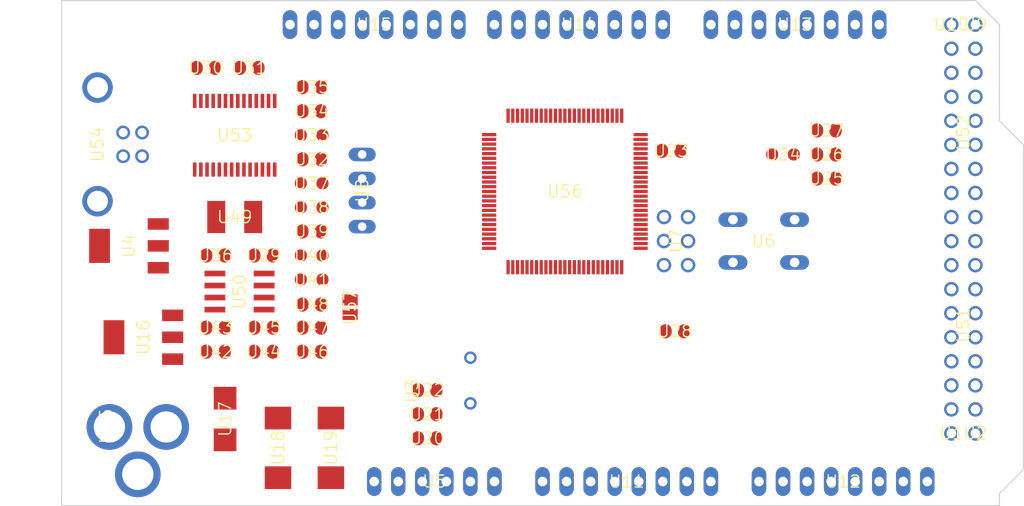
<source format=kicad_pcb>
(kicad_pcb (version 20221018) (generator pcbnew)
  (layers (0 "F.Cu" signal "Top") (31 "B.Cu" signal "Bottom") (34 "B.Paste" user) (35 "F.Paste" user) (36 "B.SilkS" user "B.Silkscreen") (37 "F.SilkS" user "F.Silkscreen") (38 "B.Mask" user) (39 "F.Mask" user) (44 "Edge.Cuts" user))
  (net 0 "")
  (net 1 "+5V")
  (net 2 "GND")
  (net 3 "N$6")
  (net 4 "N$7")
  (net 5 "AREF")
  (net 6 "RESET")
  (net 7 "VIN")
  (net 8 "N$3")
  (net 9 "PWRIN")
  (net 10 "M8RXD")
  (net 11 "M8TXD")
  (net 12 "ADC0")
  (net 13 "ADC2")
  (net 14 "ADC1")
  (net 15 "ADC3")
  (net 16 "ADC4")
  (net 17 "ADC5")
  (net 18 "ADC6")
  (net 19 "ADC7")
  (net 20 "+3V3")
  (net 21 "SDA")
  (net 22 "SCL")
  (net 23 "ADC9")
  (net 24 "ADC8")
  (net 25 "ADC10")
  (net 26 "ADC11")
  (net 27 "ADC12")
  (net 28 "ADC13")
  (net 29 "ADC14")
  (net 30 "ADC15")
  (net 31 "PB3")
  (net 32 "PB2")
  (net 33 "PB1")
  (net 34 "PB5")
  (net 35 "PB4")
  (net 36 "PE5")
  (net 37 "PE4")
  (net 38 "PE3")
  (net 39 "PE1")
  (net 40 "PE0")
  (net 41 "N$15")
  (net 42 "N$53")
  (net 43 "N$54")
  (net 44 "N$55")
  (net 45 "D-")
  (net 46 "D+")
  (net 47 "N$60")
  (net 48 "DTR")
  (net 49 "USBVCC")
  (net 50 "N$2")
  (net 51 "N$4")
  (net 52 "GATE_CMD")
  (net 53 "CMP")
  (net 54 "PB6")
  (net 55 "PH3")
  (net 56 "PH4")
  (net 57 "PH5")
  (net 58 "PH6")
  (net 59 "PG5")
  (net 60 "RXD1")
  (net 61 "TXD1")
  (net 62 "RXD2")
  (net 63 "RXD3")
  (net 64 "TXD2")
  (net 65 "TXD3")
  (net 66 "PC0")
  (net 67 "PC1")
  (net 68 "PC2")
  (net 69 "PC3")
  (net 70 "PC4")
  (net 71 "PC5")
  (net 72 "PC6")
  (net 73 "PC7")
  (net 74 "PB0")
  (net 75 "PG0")
  (net 76 "PG1")
  (net 77 "PG2")
  (net 78 "PD7")
  (net 79 "PA0")
  (net 80 "PA1")
  (net 81 "PA2")
  (net 82 "PA3")
  (net 83 "PA4")
  (net 84 "PA5")
  (net 85 "PA6")
  (net 86 "PA7")
  (net 87 "PL0")
  (net 88 "PL1")
  (net 89 "PL2")
  (net 90 "PL3")
  (net 91 "PL4")
  (net 92 "PL5")
  (net 93 "PL6")
  (net 94 "PL7")
  (net 95 "PB7")
  (net 96 "CTS")
  (net 97 "DSR")
  (net 98 "DCD")
  (net 99 "RI")
  (footprint "Arduino_MEGA_Reference_Design:2X03" (layer "F.Cu") (at 162.5981 103.7336 -90)
    (fp_text reference "U7")
    (fp_text value "")
  )
  (footprint "Arduino_MEGA_Reference_Design:1X08" (layer "F.Cu") (at 152.3111 80.8736 180)
    (fp_text reference "U14")
    (fp_text value "")
  )
  (footprint "Arduino_MEGA_Reference_Design:1X08" (layer "F.Cu") (at 130.7211 80.8736 180)
    (fp_text reference "U15")
    (fp_text value "")
  )
  (footprint "Arduino_MEGA_Reference_Design:SMC_D" (layer "F.Cu") (at 120.5611 125.5776 -90)
    (fp_text reference "U18")
    (fp_text value "")
  )
  (footprint "Arduino_MEGA_Reference_Design:SMC_D" (layer "F.Cu") (at 126.1491 125.5776 -90)
    (fp_text reference "U19")
    (fp_text value "")
  )
  (footprint "Arduino_MEGA_Reference_Design:B3F-10XX" (layer "F.Cu") (at 171.8691 103.7336 180)
    (fp_text reference "U6")
    (fp_text value "")
  )
  (footprint "Arduino_MEGA_Reference_Design:0805RND" (layer "F.Cu") (at 173.9011 94.5896 180)
    (fp_text reference "U24")
    (fp_text value "")
  )
  (footprint "Arduino_MEGA_Reference_Design:SMB" (layer "F.Cu") (at 114.9731 122.5296 -90)
    (fp_text reference "U17")
    (fp_text value "")
  )
  (footprint "Arduino_MEGA_Reference_Design:DC-21MM" (layer "F.Cu") (at 103.0351 123.2916 90)
    (fp_text reference "U55")
    (fp_text value "")
  )
  (footprint "Arduino_MEGA_Reference_Design:HC49_S" (layer "F.Cu") (at 140.8811 118.4656 90)
    (fp_text reference "U3")
    (fp_text value "")
  )
  (footprint "Arduino_MEGA_Reference_Design:SOT223" (layer "F.Cu") (at 106.3371 113.8936 90)
    (fp_text reference "U16")
    (fp_text value "")
  )
  (footprint "Arduino_MEGA_Reference_Design:1X06" (layer "F.Cu") (at 137.0711 129.1336)
    (fp_text reference "U5")
    (fp_text value "")
  )
  (footprint "Arduino_MEGA_Reference_Design:C0805RND" (layer "F.Cu") (at 124.1171 87.4776)
    (fp_text reference "U35")
    (fp_text value "")
  )
  (footprint "Arduino_MEGA_Reference_Design:C0805RND" (layer "F.Cu") (at 162.4711 113.2586)
    (fp_text reference "U28")
    (fp_text value "")
  )
  (footprint "Arduino_MEGA_Reference_Design:C0805RND" (layer "F.Cu") (at 136.3091 122.0216)
    (fp_text reference "U21")
    (fp_text value "")
  )
  (footprint "Arduino_MEGA_Reference_Design:C0805RND" (layer "F.Cu") (at 136.3091 119.4816)
    (fp_text reference "U22")
    (fp_text value "")
  )
  (footprint "Arduino_MEGA_Reference_Design:C0805RND" (layer "F.Cu") (at 113.9571 112.8776)
    (fp_text reference "U43")
    (fp_text value "")
  )
  (footprint "Arduino_MEGA_Reference_Design:RCL_0805RND" (layer "F.Cu") (at 124.1171 105.2576)
    (fp_text reference "U40")
    (fp_text value "")
  )
  (footprint "Arduino_MEGA_Reference_Design:RCL_0805RND" (layer "F.Cu") (at 124.1171 107.7976)
    (fp_text reference "U41")
    (fp_text value "")
  )
  (footprint "Arduino_MEGA_Reference_Design:1X08" (layer "F.Cu") (at 157.3911 129.1336)
    (fp_text reference "U11")
    (fp_text value "")
  )
  (footprint "Arduino_MEGA_Reference_Design:1X08" (layer "F.Cu") (at 175.1711 80.8736 180)
    (fp_text reference "U13")
    (fp_text value "")
  )
  (footprint "Arduino_MEGA_Reference_Design:R0805RND" (layer "F.Cu") (at 178.4731 94.5896 180)
    (fp_text reference "U26")
    (fp_text value "")
  )
  (footprint "Arduino_MEGA_Reference_Design:R0805RND" (layer "F.Cu") (at 178.4731 92.0496 180)
    (fp_text reference "U27")
    (fp_text value "")
  )
  (footprint "Arduino_MEGA_Reference_Design:TQFP100" (layer "F.Cu") (at 150.86109924316406 98.4946517944336 0)
    (fp_text reference "U56")
    (fp_text value "")
  )
  (footprint "Arduino_MEGA_Reference_Design:C0805RND" (layer "F.Cu") (at 162.0901 94.2086 180)
    (fp_text reference "U23")
    (fp_text value "")
  )
  (footprint "Arduino_MEGA_Reference_Design:C0805RND" (layer "F.Cu") (at 136.3091 124.5616)
    (fp_text reference "U20")
    (fp_text value "")
  )
  (footprint "Arduino_MEGA_Reference_Design:1X08" (layer "F.Cu") (at 180.2511 129.1336)
    (fp_text reference "U12")
    (fp_text value "")
  )
  (footprint "Arduino_MEGA_Reference_Design:R0805RND" (layer "F.Cu") (at 124.1171 112.8776)
    (fp_text reference "U47")
    (fp_text value "")
  )
  (footprint "Arduino_MEGA_Reference_Design:C0805RND" (layer "F.Cu") (at 124.1171 115.4176)
    (fp_text reference "U46")
    (fp_text value "")
  )
  (footprint "Arduino_MEGA_Reference_Design:C0805RND" (layer "F.Cu") (at 113.9571 105.2576)
    (fp_text reference "U36")
    (fp_text value "")
  )
  (footprint "Arduino_MEGA_Reference_Design:C0805RND" (layer "F.Cu") (at 112.9411 85.4456)
    (fp_text reference "U30")
    (fp_text value "")
  )
  (footprint "Arduino_MEGA_Reference_Design:0805RND" (layer "F.Cu") (at 124.1171 100.1776 180)
    (fp_text reference "U38")
    (fp_text value "")
  )
  (footprint "Arduino_MEGA_Reference_Design:0805RND" (layer "F.Cu") (at 124.1171 97.6376 180)
    (fp_text reference "U37")
    (fp_text value "")
  )
  (footprint "Arduino_MEGA_Reference_Design:R0805RND" (layer "F.Cu") (at 124.1171 95.0976)
    (fp_text reference "U32")
    (fp_text value "")
  )
  (footprint "Arduino_MEGA_Reference_Design:R0805RND" (layer "F.Cu") (at 124.1171 102.7176)
    (fp_text reference "U39")
    (fp_text value "")
  )
  (footprint "Arduino_MEGA_Reference_Design:SSOP28" (layer "F.Cu") (at 115.9891 92.5576)
    (fp_text reference "U53")
    (fp_text value "")
  )
  (footprint "Arduino_MEGA_Reference_Design:PN61729" (layer "F.Cu") (at 98.9584 93.5228 -90)
    (fp_text reference "U54")
    (fp_text value "")
  )
  (footprint "Arduino_MEGA_Reference_Design:L1812" (layer "F.Cu") (at 115.9891 101.1936)
    (fp_text reference "U49")
    (fp_text value "")
  )
  (footprint "Arduino_MEGA_Reference_Design:C0805RND" (layer "F.Cu") (at 117.5131 85.4456)
    (fp_text reference "U31")
    (fp_text value "")
  )
  (footprint "Arduino_MEGA_Reference_Design:0805RND" (layer "F.Cu") (at 124.1171 92.5576 180)
    (fp_text reference "U33")
    (fp_text value "")
  )
  (footprint "Arduino_MEGA_Reference_Design:R0805RND" (layer "F.Cu") (at 124.1171 90.0176 180)
    (fp_text reference "U34")
    (fp_text value "")
  )
  (footprint "Arduino_MEGA_Reference_Design:C0805RND" (layer "F.Cu") (at 124.1171 110.4392 180)
    (fp_text reference "U48")
    (fp_text value "")
  )
  (footprint "Arduino_MEGA_Reference_Design:SOT223" (layer "F.Cu") (at 104.8131 104.2416 90)
    (fp_text reference "U4")
    (fp_text value "")
  )
  (footprint "Arduino_MEGA_Reference_Design:SO08" (layer "F.Cu") (at 116.4971 109.0676 -90)
    (fp_text reference "U50")
    (fp_text value "")
  )
  (footprint "Arduino_MEGA_Reference_Design:R0805RND" (layer "F.Cu") (at 113.9571 115.4176 180)
    (fp_text reference "U42")
    (fp_text value "")
  )
  (footprint "Arduino_MEGA_Reference_Design:R0805RND" (layer "F.Cu") (at 119.0371 112.8776 180)
    (fp_text reference "U45")
    (fp_text value "")
  )
  (footprint "Arduino_MEGA_Reference_Design:C0805RND" (layer "F.Cu") (at 119.0371 115.4176 180)
    (fp_text reference "U44")
    (fp_text value "")
  )
  (footprint "Arduino_MEGA_Reference_Design:C0805RND" (layer "F.Cu") (at 119.0371 105.2576)
    (fp_text reference "U29")
    (fp_text value "")
  )
  (footprint "Arduino_MEGA_Reference_Design:2X08" (layer "F.Cu") (at 192.9511 92.3036 90)
    (fp_text reference "U52")
    (fp_text value "")
  )
  (footprint "Arduino_MEGA_Reference_Design:2X08" (layer "F.Cu") (at 192.9511 112.6236 90)
    (fp_text reference "U51")
    (fp_text value "")
  )
  (footprint "Arduino_MEGA_Reference_Design:R0805RND" (layer "F.Cu") (at 178.4731 97.1296 180)
    (fp_text reference "U25")
    (fp_text value "")
  )
  (footprint "Arduino_MEGA_Reference_Design:1X01" (layer "F.Cu") (at 191.6811 80.8736)
    (fp_text reference "U10")
    (fp_text value "")
  )
  (footprint "Arduino_MEGA_Reference_Design:1X01" (layer "F.Cu") (at 194.2211 80.8736)
    (fp_text reference "U9")
    (fp_text value "")
  )
  (footprint "Arduino_MEGA_Reference_Design:1X01" (layer "F.Cu") (at 191.6811 124.0536)
    (fp_text reference "U1")
    (fp_text value "")
  )
  (footprint "Arduino_MEGA_Reference_Design:1X01" (layer "F.Cu") (at 194.2211 124.0536)
    (fp_text reference "U2")
    (fp_text value "")
  )
  (footprint "Arduino_MEGA_Reference_Design:SJ" (layer "F.Cu") (at 128.1811 110.7186 -90)
    (fp_text reference "U57")
    (fp_text value "")
  )
  (footprint "Arduino_MEGA_Reference_Design:JP4" (layer "F.Cu") (at 129.4511 98.3996 -90)
    (fp_text reference "U8")
    (fp_text value "")
  )
  (gr_line (start 196.7611 80.8736) (end 196.7611 91.0336) (layer "Edge.Cuts") (width 0.12))
  (gr_line (start 196.7611 130.4036) (end 196.7611 131.6736) (layer "Edge.Cuts") (width 0.12))
  (gr_line (start 194.2211 78.3336) (end 196.7611 80.8736) (layer "Edge.Cuts") (width 0.12))
  (gr_line (start 97.7011 78.3336) (end 194.2211 78.3336) (layer "Edge.Cuts") (width 0.12))
  (gr_line (start 196.7611 91.0336) (end 199.3011 93.5736) (layer "Edge.Cuts") (width 0.12))
  (gr_line (start 97.7011 131.6736) (end 97.7011 78.3336) (layer "Edge.Cuts") (width 0.12))
  (gr_line (start 196.7611 131.6736) (end 97.7011 131.6736) (layer "Edge.Cuts") (width 0.12))
  (gr_line (start 199.3011 93.5736) (end 199.3011 127.8636) (layer "Edge.Cuts") (width 0.12))
  (gr_line (start 199.3011 127.8636) (end 196.7611 130.4036) (layer "Edge.Cuts") (width 0.12))
)
</source>
